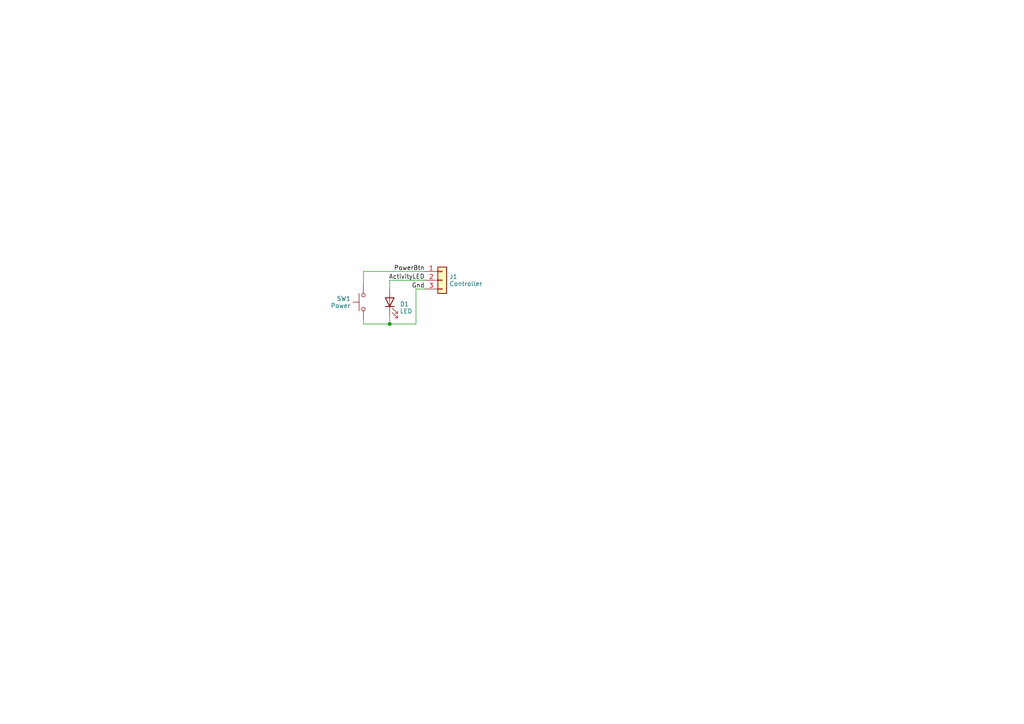
<source format=kicad_sch>
(kicad_sch (version 20230121) (generator eeschema)
  (paper "A4")
  (lib_symbols
    (symbol "Connector_Generic:Conn_01x03" (pin_names (offset 1.016) hide)
      (property "Reference" "J" (at 0 5.08 0))
      (property "Value" "Conn_01x03" (at 0 -5.08 0))
      (symbol "Conn_01x03_1_1"
        (rectangle (start -1.27 -2.413) (end 0 -2.667) (stroke (width 0.1524)))
        (rectangle (start -1.27 0.127) (end 0 -0.127) (stroke (width 0.1524)))
        (rectangle (start -1.27 2.667) (end 0 2.413) (stroke (width 0.1524)))
        (rectangle (start -1.27 3.81) (end 1.27 -3.81) (stroke (width 0.254)) (fill (type background)))
        (pin passive line (at -5.08 2.54 0) (length 3.81) (name "Pin_1") (number "1"))
        (pin passive line (at -5.08 0 0) (length 3.81) (name "Pin_2") (number "2"))
        (pin passive line (at -5.08 -2.54 0) (length 3.81) (name "Pin_3") (number "3"))
      )
    )
    (symbol "Device:LED" (pin_numbers hide) (pin_names (offset 1.016) hide)
      (property "Reference" "D" (at 0 2.54 0))
      (property "Value" "LED" (at 0 -2.54 0))
      (symbol "LED_0_1"
        (polyline (pts (xy -1.27 -1.27) (xy -1.27 1.27)) (stroke (width 0.254)))
        (polyline (pts (xy -1.27 0) (xy 1.27 0)))
        (polyline (pts (xy 1.27 -1.27) (xy 1.27 1.27) (xy -1.27 0) (xy 1.27 -1.27)) (stroke (width 0.254)))
        (polyline (pts (xy -3.048 -0.762) (xy -4.572 -2.286) (xy -3.81 -2.286) (xy -4.572 -2.286) (xy -4.572 -1.524)))
        (polyline (pts (xy -1.778 -0.762) (xy -3.302 -2.286) (xy -2.54 -2.286) (xy -3.302 -2.286) (xy -3.302 -1.524)))
      )
      (symbol "LED_1_1"
        (pin passive line (at -3.81 0 0) (length 2.54) (name "K") (number "1"))
        (pin passive line (at 3.81 0 180) (length 2.54) (name "A") (number "2"))
      )
    )
    (symbol "Switch:SW_Push" (pin_numbers hide) (pin_names (offset 1.016) hide)
      (property "Reference" "SW" (at 1.27 2.54 0))
      (property "Value" "SW_Push" (at 0 -1.524 0))
      (symbol "SW_Push_0_1"
        (circle (center -2.032 0) (radius 0.508))
        (polyline (pts (xy 0 1.27) (xy 0 3.048)))
        (polyline (pts (xy 2.54 1.27) (xy -2.54 1.27)))
        (circle (center 2.032 0) (radius 0.508))
        (pin passive line (at -5.08 0 0) (length 2.54) (name "1") (number "1"))
        (pin passive line (at 5.08 0 180) (length 2.54) (name "2") (number "2"))
      )
    )
  )
  (junction (at 113.03 93.98))
  (wire (pts (xy 105.41 82.55) (xy 105.41 78.74)))
  (wire (pts (xy 105.41 93.98) (xy 113.03 93.98)))
  (wire (pts (xy 113.03 81.28) (xy 123.19 81.28)))
  (wire (pts (xy 123.19 83.82) (xy 120.65 83.82)))
  (wire (pts (xy 113.03 93.98) (xy 113.03 91.44)))
  (wire (pts (xy 105.41 78.74) (xy 123.19 78.74)))
  (wire (pts (xy 120.65 93.98) (xy 113.03 93.98)))
  (wire (pts (xy 105.41 92.71) (xy 105.41 93.98)))
  (wire (pts (xy 120.65 83.82) (xy 120.65 93.98)))
  (wire (pts (xy 113.03 83.82) (xy 113.03 81.28)))
  (label "ActivityLED" (at 123.19 81.28 180))
  (label "PowerBtn" (at 123.19 78.74 180))
  (label "Gnd" (at 123.19 83.82 180))
  (symbol (lib_id "Switch:SW_Push") (at 105.41 87.63 90) (unit 1)
    (property "Reference" "SW1" (at 101.7271 86.606 90) (effects (justify left)))
    (property "Value" "Power" (at 101.7271 88.654 90) (effects (justify left)))
    (property "Footprint" "Button_Switch_THT:SW_PUSH_6mm_H4.3mm" (effects hide))
  )
  (symbol (lib_id "Connector_Generic:Conn_01x03") (at 128.27 81.28 0) (unit 1)
    (property "Reference" "J1" (at 130.302 80.256 0) (effects (justify left)))
    (property "Value" "Controller" (at 130.302 82.304 0) (effects (justify left)))
    (property "Footprint" "Connector_JST:JST_PH_B3B-PH-K_1x03_P2.00mm_Vertical" (effects hide))
    (property "LCSC" "C5359600" (effects hide))
  )
  (symbol (lib_id "Device:LED") (at 113.03 87.63 90) (unit 1)
    (property "Reference" "D1" (at 115.951 88.1935 90) (effects (justify right)))
    (property "Value" "LED" (at 115.951 90.2415 90) (effects (justify right)))
    (property "Footprint" "LED_THT:LED_D3.0mm" (effects hide))
  )
)
</source>
